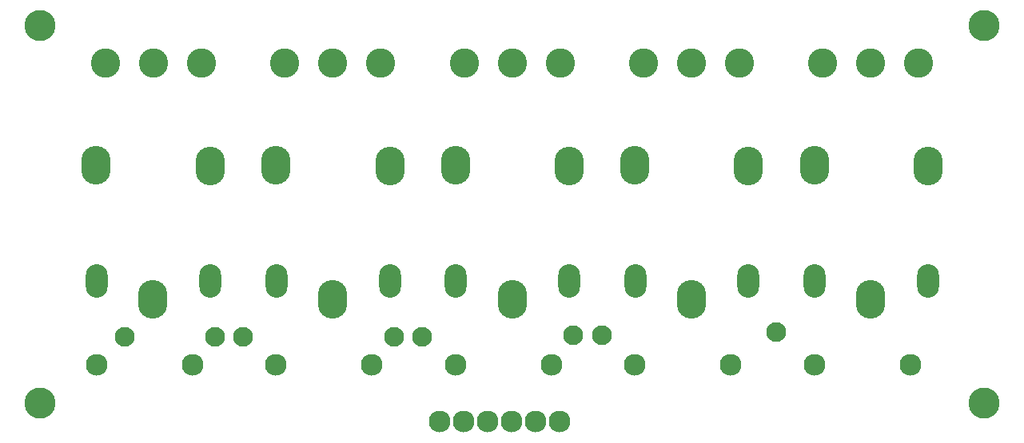
<source format=gbr>
%TF.GenerationSoftware,KiCad,Pcbnew,(5.1.6)-1*%
%TF.CreationDate,2025-07-03T10:53:41-05:00*%
%TF.ProjectId,relay_board,72656c61-795f-4626-9f61-72642e6b6963,rev?*%
%TF.SameCoordinates,PX2625a00PY839b680*%
%TF.FileFunction,Soldermask,Bot*%
%TF.FilePolarity,Negative*%
%FSLAX46Y46*%
G04 Gerber Fmt 4.6, Leading zero omitted, Abs format (unit mm)*
G04 Created by KiCad (PCBNEW (5.1.6)-1) date 2025-07-03 10:53:41*
%MOMM*%
%LPD*%
G01*
G04 APERTURE LIST*
%ADD10C,3.300000*%
%ADD11O,2.300000X3.570000*%
%ADD12O,3.100000X4.100000*%
%ADD13C,2.300000*%
%ADD14C,3.100000*%
%ADD15C,2.100000*%
G04 APERTURE END LIST*
D10*
%TO.C,REF\u002A\u002A*%
X104000000Y46000000D03*
%TD*%
%TO.C,REF\u002A\u002A*%
X104000000Y6000000D03*
%TD*%
%TO.C,REF\u002A\u002A*%
X4000000Y46000000D03*
%TD*%
%TO.C,REF\u002A\u002A*%
X4000000Y6000000D03*
%TD*%
D11*
%TO.C,K1*%
X22000000Y18950000D03*
D12*
X22000000Y31150000D03*
X9950000Y31200000D03*
D11*
X10000000Y18950000D03*
D12*
X15950000Y17000000D03*
%TD*%
%TO.C,K2*%
X35000000Y17000000D03*
D11*
X29050000Y18950000D03*
D12*
X29000000Y31200000D03*
X41050000Y31150000D03*
D11*
X41050000Y18950000D03*
%TD*%
%TO.C,K3*%
X60050000Y18950000D03*
D12*
X60050000Y31150000D03*
X48000000Y31200000D03*
D11*
X48050000Y18950000D03*
D12*
X54000000Y17000000D03*
%TD*%
%TO.C,K4*%
X73000000Y17000000D03*
D11*
X67050000Y18950000D03*
D12*
X67000000Y31200000D03*
X79050000Y31150000D03*
D11*
X79050000Y18950000D03*
%TD*%
%TO.C,K5*%
X98050000Y18950000D03*
D12*
X98050000Y31150000D03*
X86000000Y31200000D03*
D11*
X86050000Y18950000D03*
D12*
X92000000Y17000000D03*
%TD*%
D13*
%TO.C,D1*%
X10000000Y10000000D03*
X20160000Y10000000D03*
%TD*%
%TO.C,D2*%
X29000000Y10000000D03*
X39160000Y10000000D03*
%TD*%
%TO.C,D3*%
X58160000Y10000000D03*
X48000000Y10000000D03*
%TD*%
%TO.C,D4*%
X67000000Y10000000D03*
X77160000Y10000000D03*
%TD*%
%TO.C,D5*%
X96160000Y10000000D03*
X86000000Y10000000D03*
%TD*%
%TO.C,J1*%
X59000000Y4000000D03*
X56460000Y4000000D03*
X53920000Y4000000D03*
X51380000Y4000000D03*
X48840000Y4000000D03*
X46300000Y4000000D03*
%TD*%
D14*
%TO.C,J3*%
X10920000Y42000000D03*
X16000000Y42000000D03*
X21080000Y42000000D03*
%TD*%
%TO.C,J4*%
X40080000Y42000000D03*
X35000000Y42000000D03*
X29920000Y42000000D03*
%TD*%
%TO.C,J5*%
X48920000Y42000000D03*
X54000000Y42000000D03*
X59080000Y42000000D03*
%TD*%
%TO.C,J6*%
X78080000Y42000000D03*
X73000000Y42000000D03*
X67920000Y42000000D03*
%TD*%
%TO.C,J7*%
X86920000Y42000000D03*
X92000000Y42000000D03*
X97080000Y42000000D03*
%TD*%
D15*
X82000000Y13500000D03*
X60500000Y13200000D03*
X63500000Y13200000D03*
X41500000Y13000000D03*
X44500000Y13000000D03*
X22500000Y13000000D03*
X25500000Y13000000D03*
X13000000Y13000000D03*
M02*

</source>
